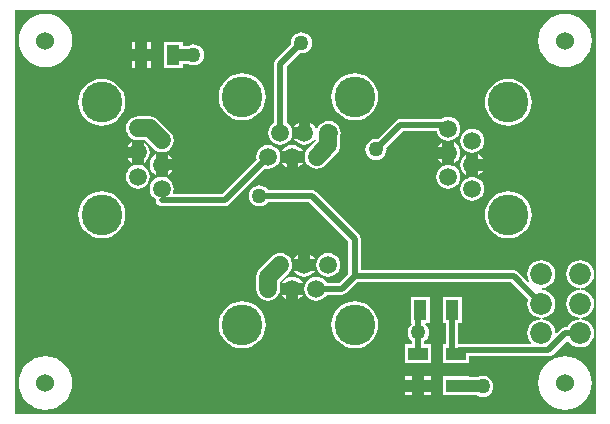
<source format=gtl>
%FSAX44Y44*%
%MOMM*%
G71*
G01*
G75*
G04 Layer_Physical_Order=1*
G04 Layer_Color=255*
%ADD10R,1.1000X1.7000*%
%ADD11R,1.7000X1.1000*%
%ADD12C,0.5080*%
%ADD13C,1.5000*%
%ADD14C,1.0000*%
%ADD15C,1.8500*%
%ADD16C,1.5000*%
%ADD17C,1.5240*%
%ADD18C,3.4500*%
%ADD19C,1.2700*%
G36*
X00596115Y00353885D02*
X00103885D01*
Y00696115D01*
X00596115D01*
Y00353885D01*
D02*
G37*
%LPC*%
G36*
X00354170Y00488856D02*
Y00485060D01*
X00357966D01*
X00357940Y00485123D01*
X00356331Y00487221D01*
X00354233Y00488830D01*
X00354170Y00488856D01*
D02*
G37*
G36*
X00177800Y00542286D02*
X00173920Y00541904D01*
X00170190Y00540772D01*
X00166752Y00538934D01*
X00163739Y00536461D01*
X00161266Y00533448D01*
X00159428Y00530010D01*
X00158296Y00526279D01*
X00157914Y00522400D01*
X00158296Y00518521D01*
X00159428Y00514790D01*
X00161266Y00511352D01*
X00163739Y00508339D01*
X00166752Y00505866D01*
X00170190Y00504028D01*
X00173920Y00502896D01*
X00177800Y00502514D01*
X00181679Y00502896D01*
X00185410Y00504028D01*
X00188848Y00505866D01*
X00191861Y00508339D01*
X00194334Y00511352D01*
X00196172Y00514790D01*
X00197304Y00518521D01*
X00197686Y00522400D01*
X00197304Y00526279D01*
X00196172Y00530010D01*
X00194334Y00533448D01*
X00191861Y00536461D01*
X00188848Y00538934D01*
X00185410Y00540772D01*
X00181679Y00541904D01*
X00177800Y00542286D01*
D02*
G37*
G36*
X00521970D02*
X00518091Y00541904D01*
X00514360Y00540772D01*
X00510922Y00538934D01*
X00507909Y00536461D01*
X00505436Y00533448D01*
X00503598Y00530010D01*
X00502466Y00526279D01*
X00502084Y00522400D01*
X00502466Y00518521D01*
X00503598Y00514790D01*
X00505436Y00511352D01*
X00507909Y00508339D01*
X00510922Y00505866D01*
X00514360Y00504028D01*
X00518091Y00502896D01*
X00521970Y00502514D01*
X00525849Y00502896D01*
X00529580Y00504028D01*
X00533018Y00505866D01*
X00536031Y00508339D01*
X00538504Y00511352D01*
X00540342Y00514790D01*
X00541474Y00518521D01*
X00541856Y00522400D01*
X00541474Y00526279D01*
X00540342Y00530010D01*
X00538504Y00533448D01*
X00536031Y00536461D01*
X00533018Y00538934D01*
X00529580Y00540772D01*
X00525849Y00541904D01*
X00521970Y00542286D01*
D02*
G37*
G36*
X00344170Y00488856D02*
X00344107Y00488830D01*
X00342009Y00487221D01*
X00340400Y00485123D01*
X00340374Y00485060D01*
X00344170D01*
Y00488856D01*
D02*
G37*
G36*
X00311150Y00547447D02*
X00308829Y00547141D01*
X00306667Y00546245D01*
X00304810Y00544820D01*
X00303385Y00542963D01*
X00302489Y00540801D01*
X00302183Y00538480D01*
X00302489Y00536159D01*
X00303385Y00533997D01*
X00304810Y00532140D01*
X00306667Y00530715D01*
X00308829Y00529819D01*
X00311150Y00529513D01*
X00313471Y00529819D01*
X00315633Y00530715D01*
X00317490Y00532140D01*
X00318381Y00533301D01*
X00353455D01*
X00386550Y00500205D01*
Y00472615D01*
X00378875Y00464939D01*
X00368051D01*
X00366531Y00466921D01*
X00364433Y00468530D01*
X00361991Y00469542D01*
X00359370Y00469887D01*
X00356749Y00469542D01*
X00354307Y00468530D01*
X00352209Y00466921D01*
X00350600Y00464823D01*
X00349805Y00462904D01*
X00349804D01*
X00349588Y00462381D01*
X00349243Y00459760D01*
X00349588Y00457139D01*
X00349804Y00456616D01*
X00349805D01*
X00350600Y00454697D01*
X00352209Y00452599D01*
X00354307Y00450990D01*
X00356749Y00449978D01*
X00359370Y00449633D01*
X00361991Y00449978D01*
X00364433Y00450990D01*
X00366531Y00452599D01*
X00368051Y00454580D01*
X00381020D01*
X00383002Y00454975D01*
X00384683Y00456097D01*
X00384683Y00456097D01*
X00384683Y00456097D01*
X00393875Y00465290D01*
X00524345D01*
X00538751Y00450884D01*
X00538433Y00450118D01*
X00538028Y00447040D01*
X00538433Y00443962D01*
X00539622Y00441094D01*
X00541511Y00438631D01*
X00543974Y00436741D01*
X00546842Y00435554D01*
X00549717Y00435175D01*
Y00433905D01*
X00546842Y00433526D01*
X00543974Y00432338D01*
X00541511Y00430449D01*
X00539622Y00427986D01*
X00538433Y00425118D01*
X00538028Y00422040D01*
X00538433Y00418962D01*
X00539622Y00416094D01*
X00541206Y00414029D01*
X00540645Y00412890D01*
X00480570D01*
X00479689Y00413612D01*
Y00430920D01*
X00482550D01*
Y00453000D01*
X00466470D01*
Y00430920D01*
X00469330D01*
Y00412700D01*
X00466480D01*
Y00396620D01*
X00488560D01*
Y00402531D01*
X00555856D01*
X00557838Y00402925D01*
X00559518Y00404048D01*
X00571482Y00416011D01*
X00572749Y00415928D01*
X00574511Y00413631D01*
X00576974Y00411741D01*
X00579842Y00410554D01*
X00582920Y00410148D01*
X00585998Y00410554D01*
X00588866Y00411741D01*
X00591329Y00413631D01*
X00593218Y00416094D01*
X00594407Y00418962D01*
X00594812Y00422040D01*
X00594407Y00425118D01*
X00593218Y00427986D01*
X00591329Y00430449D01*
X00588866Y00432338D01*
X00585998Y00433526D01*
X00583123Y00433905D01*
Y00435175D01*
X00585998Y00435554D01*
X00588866Y00436741D01*
X00591329Y00438631D01*
X00593218Y00441094D01*
X00594407Y00443962D01*
X00594812Y00447040D01*
X00594407Y00450118D01*
X00593218Y00452986D01*
X00591329Y00455449D01*
X00588866Y00457338D01*
X00585998Y00458526D01*
X00583123Y00458905D01*
Y00460175D01*
X00585998Y00460554D01*
X00588866Y00461741D01*
X00591329Y00463631D01*
X00593218Y00466094D01*
X00594407Y00468962D01*
X00594812Y00472040D01*
X00594407Y00475118D01*
X00593218Y00477986D01*
X00591329Y00480449D01*
X00588866Y00482338D01*
X00585998Y00483526D01*
X00582920Y00483932D01*
X00579842Y00483526D01*
X00576974Y00482338D01*
X00574511Y00480449D01*
X00572621Y00477986D01*
X00571433Y00475118D01*
X00571028Y00472040D01*
X00571433Y00468962D01*
X00572621Y00466094D01*
X00574511Y00463631D01*
X00576974Y00461741D01*
X00579842Y00460554D01*
X00582717Y00460175D01*
Y00458905D01*
X00579842Y00458526D01*
X00576974Y00457338D01*
X00574511Y00455449D01*
X00572621Y00452986D01*
X00571433Y00450118D01*
X00571028Y00447040D01*
X00571433Y00443962D01*
X00572621Y00441094D01*
X00574511Y00438631D01*
X00576974Y00436741D01*
X00579842Y00435554D01*
X00582717Y00435175D01*
Y00433905D01*
X00579842Y00433526D01*
X00576974Y00432338D01*
X00574511Y00430449D01*
X00572621Y00427986D01*
X00572304Y00427220D01*
X00570186D01*
X00568204Y00426825D01*
X00566523Y00425703D01*
X00562949Y00422128D01*
X00561746Y00422537D01*
X00561407Y00425118D01*
X00560219Y00427986D01*
X00558329Y00430449D01*
X00555866Y00432338D01*
X00552998Y00433526D01*
X00550123Y00433905D01*
Y00435175D01*
X00552998Y00435554D01*
X00555866Y00436741D01*
X00558329Y00438631D01*
X00560219Y00441094D01*
X00561407Y00443962D01*
X00561812Y00447040D01*
X00561407Y00450118D01*
X00560219Y00452986D01*
X00558329Y00455449D01*
X00555866Y00457338D01*
X00552998Y00458526D01*
X00550123Y00458905D01*
Y00460175D01*
X00552998Y00460554D01*
X00555866Y00461741D01*
X00558329Y00463631D01*
X00560219Y00466094D01*
X00561407Y00468962D01*
X00561812Y00472040D01*
X00561407Y00475118D01*
X00560219Y00477986D01*
X00558329Y00480449D01*
X00555866Y00482338D01*
X00552998Y00483526D01*
X00549920Y00483932D01*
X00546842Y00483526D01*
X00543974Y00482338D01*
X00541511Y00480449D01*
X00539622Y00477986D01*
X00538433Y00475118D01*
X00538028Y00472040D01*
X00538433Y00468962D01*
X00539388Y00466659D01*
X00538331Y00465953D01*
X00530153Y00474132D01*
X00528473Y00475255D01*
X00526491Y00475649D01*
X00396909D01*
Y00502351D01*
X00396515Y00504333D01*
X00396065Y00505006D01*
X00395392Y00506013D01*
X00395392Y00506013D01*
X00359263Y00542142D01*
X00357582Y00543265D01*
X00355600Y00543660D01*
X00318381D01*
X00317490Y00544820D01*
X00315633Y00546245D01*
X00313471Y00547141D01*
X00311150Y00547447D01*
D02*
G37*
G36*
X00357966Y00475060D02*
X00340374D01*
X00340400Y00474997D01*
X00342009Y00472899D01*
X00344107Y00471290D01*
X00346549Y00470278D01*
X00349170Y00469933D01*
X00351791Y00470278D01*
X00354233Y00471290D01*
X00356331Y00472899D01*
X00357940Y00474997D01*
X00357966Y00475060D01*
D02*
G37*
G36*
X00369570Y00490187D02*
X00366949Y00489842D01*
X00364507Y00488830D01*
X00362409Y00487221D01*
X00360800Y00485123D01*
X00360005Y00483204D01*
X00360005D01*
X00359788Y00482681D01*
X00359443Y00480060D01*
X00359788Y00477439D01*
X00360005Y00476916D01*
X00360005D01*
X00360800Y00474997D01*
X00362409Y00472899D01*
X00364507Y00471290D01*
X00366949Y00470278D01*
X00369570Y00469933D01*
X00372191Y00470278D01*
X00374633Y00471290D01*
X00376731Y00472899D01*
X00378340Y00474997D01*
X00379352Y00477439D01*
X00379697Y00480060D01*
X00379352Y00482681D01*
X00378340Y00485123D01*
X00376731Y00487221D01*
X00374633Y00488830D01*
X00372191Y00489842D01*
X00369570Y00490187D01*
D02*
G37*
G36*
X00500266Y00559800D02*
X00496470D01*
Y00556004D01*
X00496533Y00556030D01*
X00498631Y00557639D01*
X00500240Y00559737D01*
X00500266Y00559800D01*
D02*
G37*
G36*
X00223600Y00573796D02*
X00223537Y00573770D01*
X00221439Y00572161D01*
X00219830Y00570063D01*
X00218818Y00567621D01*
X00218473Y00565000D01*
X00218818Y00562379D01*
X00219830Y00559937D01*
X00221439Y00557839D01*
X00223537Y00556230D01*
X00223600Y00556204D01*
Y00565000D01*
Y00573796D01*
D02*
G37*
G36*
X00237396Y00560000D02*
X00233600D01*
Y00556204D01*
X00233663Y00556230D01*
X00235761Y00557839D01*
X00237370Y00559937D01*
X00237396Y00560000D01*
D02*
G37*
G36*
X00486470Y00573596D02*
X00486407Y00573570D01*
X00484309Y00571961D01*
X00482700Y00569863D01*
X00481688Y00567421D01*
X00481343Y00564800D01*
X00481688Y00562179D01*
X00482700Y00559737D01*
X00484309Y00557639D01*
X00486407Y00556030D01*
X00486470Y00556004D01*
Y00564800D01*
Y00573596D01*
D02*
G37*
G36*
X00491470Y00554527D02*
X00488849Y00554182D01*
X00488326Y00553965D01*
Y00553965D01*
X00486407Y00553170D01*
X00484309Y00551561D01*
X00482700Y00549463D01*
X00481688Y00547021D01*
X00481343Y00544400D01*
X00481688Y00541779D01*
X00482700Y00539337D01*
X00484309Y00537239D01*
X00486407Y00535630D01*
X00488849Y00534618D01*
X00491470Y00534273D01*
X00494091Y00534618D01*
X00496533Y00535630D01*
X00498631Y00537239D01*
X00500240Y00539337D01*
X00501252Y00541779D01*
X00501597Y00544400D01*
X00501252Y00547021D01*
X00500240Y00549463D01*
X00498631Y00551561D01*
X00496533Y00553170D01*
X00494614Y00553965D01*
Y00553965D01*
X00494091Y00554182D01*
X00491470Y00554527D01*
D02*
G37*
G36*
X00471170Y00564727D02*
X00468549Y00564382D01*
X00468026Y00564165D01*
Y00564165D01*
X00466107Y00563370D01*
X00464009Y00561761D01*
X00462400Y00559663D01*
X00461388Y00557221D01*
X00461043Y00554600D01*
X00461388Y00551979D01*
X00462400Y00549537D01*
X00464009Y00547439D01*
X00466107Y00545830D01*
X00468549Y00544818D01*
X00471170Y00544473D01*
X00473791Y00544818D01*
X00476233Y00545830D01*
X00478331Y00547439D01*
X00479940Y00549537D01*
X00480952Y00551979D01*
X00481297Y00554600D01*
X00480952Y00557221D01*
X00479940Y00559663D01*
X00478331Y00561761D01*
X00476233Y00563370D01*
X00474314Y00564165D01*
Y00564165D01*
X00473791Y00564382D01*
X00471170Y00564727D01*
D02*
G37*
G36*
X00208300Y00564927D02*
X00205679Y00564582D01*
X00205156Y00564366D01*
Y00564365D01*
X00203237Y00563570D01*
X00201139Y00561961D01*
X00199530Y00559863D01*
X00198518Y00557421D01*
X00198173Y00554800D01*
X00198518Y00552179D01*
X00199530Y00549737D01*
X00201139Y00547639D01*
X00203237Y00546030D01*
X00205679Y00545018D01*
X00208300Y00544673D01*
X00210921Y00545018D01*
X00213363Y00546030D01*
X00215461Y00547639D01*
X00217070Y00549737D01*
X00218082Y00552179D01*
X00218427Y00554800D01*
X00218082Y00557421D01*
X00217070Y00559863D01*
X00215461Y00561961D01*
X00213363Y00563570D01*
X00211444Y00564365D01*
Y00564366D01*
X00210921Y00564582D01*
X00208300Y00564927D01*
D02*
G37*
G36*
X00440770Y00385700D02*
X00434730D01*
Y00382660D01*
X00440770D01*
Y00385700D01*
D02*
G37*
G36*
X00456810D02*
X00450770D01*
Y00382660D01*
X00456810D01*
Y00385700D01*
D02*
G37*
G36*
X00500380Y00386157D02*
X00498059Y00385851D01*
X00495897Y00384955D01*
X00495688Y00384795D01*
X00488560D01*
Y00385700D01*
X00466480D01*
Y00369620D01*
X00478054D01*
X00478320Y00369585D01*
X00495688D01*
X00495897Y00369425D01*
X00498059Y00368529D01*
X00500380Y00368223D01*
X00502701Y00368529D01*
X00504863Y00369425D01*
X00506720Y00370850D01*
X00508145Y00372707D01*
X00509041Y00374869D01*
X00509347Y00377190D01*
X00509041Y00379511D01*
X00508145Y00381673D01*
X00506720Y00383530D01*
X00504863Y00384955D01*
X00502701Y00385851D01*
X00500380Y00386157D01*
D02*
G37*
G36*
X00456810Y00372660D02*
X00450770D01*
Y00369620D01*
X00456810D01*
Y00372660D01*
D02*
G37*
G36*
X00130000Y00402649D02*
X00125581Y00402214D01*
X00121333Y00400925D01*
X00117417Y00398832D01*
X00113985Y00396015D01*
X00111168Y00392583D01*
X00109075Y00388667D01*
X00107786Y00384419D01*
X00107351Y00380000D01*
X00107786Y00375581D01*
X00109075Y00371333D01*
X00111168Y00367417D01*
X00113985Y00363985D01*
X00117417Y00361168D01*
X00121333Y00359075D01*
X00125581Y00357786D01*
X00130000Y00357351D01*
X00134419Y00357786D01*
X00138667Y00359075D01*
X00142583Y00361168D01*
X00146015Y00363985D01*
X00148832Y00367417D01*
X00150925Y00371333D01*
X00152214Y00375581D01*
X00152649Y00380000D01*
X00152214Y00384419D01*
X00150925Y00388667D01*
X00148832Y00392583D01*
X00146015Y00396015D01*
X00142583Y00398832D01*
X00138667Y00400925D01*
X00134419Y00402214D01*
X00130000Y00402649D01*
D02*
G37*
G36*
X00570000D02*
X00565581Y00402214D01*
X00561333Y00400925D01*
X00557417Y00398832D01*
X00553985Y00396015D01*
X00551168Y00392583D01*
X00549075Y00388667D01*
X00547786Y00384419D01*
X00547351Y00380000D01*
X00547786Y00375581D01*
X00549075Y00371333D01*
X00551168Y00367417D01*
X00553985Y00363985D01*
X00557417Y00361168D01*
X00561333Y00359075D01*
X00565581Y00357786D01*
X00570000Y00357351D01*
X00574419Y00357786D01*
X00578667Y00359075D01*
X00582583Y00361168D01*
X00586015Y00363985D01*
X00588832Y00367417D01*
X00590925Y00371333D01*
X00592214Y00375581D01*
X00592649Y00380000D01*
X00592214Y00384419D01*
X00590925Y00388667D01*
X00588832Y00392583D01*
X00586015Y00396015D01*
X00582583Y00398832D01*
X00578667Y00400925D01*
X00574419Y00402214D01*
X00570000Y00402649D01*
D02*
G37*
G36*
X00440770Y00372660D02*
X00434730D01*
Y00369620D01*
X00440770D01*
Y00372660D01*
D02*
G37*
G36*
X00333970Y00454760D02*
X00330174D01*
X00330200Y00454697D01*
X00331809Y00452599D01*
X00333907Y00450990D01*
X00333970Y00450964D01*
Y00454760D01*
D02*
G37*
G36*
X00347766D02*
X00343970D01*
Y00450964D01*
X00344033Y00450990D01*
X00346131Y00452599D01*
X00347740Y00454697D01*
X00347766Y00454760D01*
D02*
G37*
G36*
X00338970Y00469887D02*
X00336349Y00469542D01*
X00333907Y00468530D01*
X00331809Y00466921D01*
X00330200Y00464823D01*
X00330174Y00464760D01*
X00347766D01*
X00347740Y00464823D01*
X00346131Y00466921D01*
X00344033Y00468530D01*
X00341591Y00469542D01*
X00338970Y00469887D01*
D02*
G37*
G36*
X00328770Y00490187D02*
X00326454Y00489882D01*
X00326149Y00489842D01*
X00325137Y00489422D01*
X00323707Y00488830D01*
X00323219Y00488456D01*
X00321609Y00487221D01*
X00321609Y00487220D01*
X00311409Y00477021D01*
X00309800Y00474923D01*
X00308788Y00472481D01*
X00308748Y00472176D01*
X00308443Y00469860D01*
X00308443Y00469860D01*
Y00459760D01*
X00308788Y00457139D01*
X00309800Y00454697D01*
X00311409Y00452599D01*
X00313507Y00450990D01*
X00315949Y00449978D01*
X00318570Y00449633D01*
X00321191Y00449978D01*
X00323633Y00450990D01*
X00325731Y00452599D01*
X00327340Y00454697D01*
X00328135Y00456616D01*
X00328135D01*
X00328352Y00457139D01*
X00328697Y00459760D01*
Y00464448D01*
X00328697Y00464449D01*
Y00465665D01*
X00335930Y00472899D01*
X00335931Y00472899D01*
X00337165Y00474509D01*
X00337540Y00474997D01*
X00338133Y00476427D01*
X00338335Y00476916D01*
X00338335D01*
X00338552Y00477439D01*
X00338897Y00480060D01*
X00338552Y00482681D01*
X00338335Y00483204D01*
X00338335D01*
X00337540Y00485123D01*
X00335931Y00487221D01*
X00333833Y00488830D01*
X00331391Y00489842D01*
X00328770Y00490187D01*
D02*
G37*
G36*
X00455550Y00453000D02*
X00439470D01*
Y00430920D01*
X00439630D01*
X00440038Y00429717D01*
X00439430Y00429250D01*
X00438005Y00427393D01*
X00437109Y00425231D01*
X00436803Y00422910D01*
X00437109Y00420589D01*
X00438005Y00418427D01*
X00439430Y00416570D01*
X00440591Y00415679D01*
Y00412700D01*
X00434730D01*
Y00396620D01*
X00456810D01*
Y00412700D01*
X00450950D01*
Y00415679D01*
X00452110Y00416570D01*
X00453535Y00418427D01*
X00454431Y00420589D01*
X00454737Y00422910D01*
X00454431Y00425231D01*
X00453535Y00427393D01*
X00452110Y00429250D01*
X00451502Y00429717D01*
X00451910Y00430920D01*
X00455550D01*
Y00453000D01*
D02*
G37*
G36*
X00296570Y00449146D02*
X00292691Y00448764D01*
X00288960Y00447632D01*
X00285522Y00445794D01*
X00282509Y00443321D01*
X00280036Y00440308D01*
X00278198Y00436870D01*
X00277066Y00433139D01*
X00276684Y00429260D01*
X00277066Y00425381D01*
X00278198Y00421650D01*
X00280036Y00418212D01*
X00282509Y00415199D01*
X00285522Y00412726D01*
X00288960Y00410888D01*
X00292691Y00409756D01*
X00296570Y00409374D01*
X00300450Y00409756D01*
X00304180Y00410888D01*
X00307618Y00412726D01*
X00310631Y00415199D01*
X00313104Y00418212D01*
X00314942Y00421650D01*
X00316074Y00425381D01*
X00316456Y00429260D01*
X00316074Y00433139D01*
X00314942Y00436870D01*
X00313104Y00440308D01*
X00310631Y00443321D01*
X00307618Y00445794D01*
X00304180Y00447632D01*
X00300450Y00448764D01*
X00296570Y00449146D01*
D02*
G37*
G36*
X00391770D02*
X00387891Y00448764D01*
X00384160Y00447632D01*
X00380722Y00445794D01*
X00377709Y00443321D01*
X00375236Y00440308D01*
X00373398Y00436870D01*
X00372266Y00433139D01*
X00371884Y00429260D01*
X00372266Y00425381D01*
X00373398Y00421650D01*
X00375236Y00418212D01*
X00377709Y00415199D01*
X00380722Y00412726D01*
X00384160Y00410888D01*
X00387891Y00409756D01*
X00391770Y00409374D01*
X00395649Y00409756D01*
X00399380Y00410888D01*
X00402818Y00412726D01*
X00405831Y00415199D01*
X00408304Y00418212D01*
X00410142Y00421650D01*
X00411274Y00425381D01*
X00411656Y00429260D01*
X00411274Y00433139D01*
X00410142Y00436870D01*
X00408304Y00440308D01*
X00405831Y00443321D01*
X00402818Y00445794D01*
X00399380Y00447632D01*
X00395649Y00448764D01*
X00391770Y00449146D01*
D02*
G37*
G36*
X00296570Y00642186D02*
X00292691Y00641804D01*
X00288960Y00640672D01*
X00285522Y00638834D01*
X00282509Y00636361D01*
X00280036Y00633348D01*
X00278198Y00629910D01*
X00277066Y00626180D01*
X00276684Y00622300D01*
X00277066Y00618420D01*
X00278198Y00614690D01*
X00280036Y00611252D01*
X00282509Y00608239D01*
X00285522Y00605766D01*
X00288960Y00603928D01*
X00292691Y00602796D01*
X00296570Y00602414D01*
X00300450Y00602796D01*
X00304180Y00603928D01*
X00307618Y00605766D01*
X00310631Y00608239D01*
X00313104Y00611252D01*
X00314942Y00614690D01*
X00316074Y00618420D01*
X00316456Y00622300D01*
X00316074Y00626180D01*
X00314942Y00629910D01*
X00313104Y00633348D01*
X00310631Y00636361D01*
X00307618Y00638834D01*
X00304180Y00640672D01*
X00300450Y00641804D01*
X00296570Y00642186D01*
D02*
G37*
G36*
X00391770D02*
X00387891Y00641804D01*
X00384160Y00640672D01*
X00380722Y00638834D01*
X00377709Y00636361D01*
X00375236Y00633348D01*
X00373398Y00629910D01*
X00372266Y00626180D01*
X00371884Y00622300D01*
X00372266Y00618420D01*
X00373398Y00614690D01*
X00375236Y00611252D01*
X00377709Y00608239D01*
X00380722Y00605766D01*
X00384160Y00603928D01*
X00387891Y00602796D01*
X00391770Y00602414D01*
X00395649Y00602796D01*
X00399380Y00603928D01*
X00402818Y00605766D01*
X00405831Y00608239D01*
X00408304Y00611252D01*
X00410142Y00614690D01*
X00411274Y00618420D01*
X00411656Y00622300D01*
X00411274Y00626180D01*
X00410142Y00629910D01*
X00408304Y00633348D01*
X00405831Y00636361D01*
X00402818Y00638834D01*
X00399380Y00640672D01*
X00395649Y00641804D01*
X00391770Y00642186D01*
D02*
G37*
G36*
X00206290Y00652860D02*
X00203250D01*
Y00646820D01*
X00206290D01*
Y00652860D01*
D02*
G37*
G36*
X00369770Y00601927D02*
X00369730Y00601921D01*
X00369690Y00601927D01*
X00367069Y00601582D01*
X00364627Y00600570D01*
X00362529Y00598961D01*
X00360920Y00596863D01*
X00360165Y00595040D01*
X00358895D01*
X00358140Y00596863D01*
X00356531Y00598961D01*
X00354433Y00600570D01*
X00354370Y00600596D01*
Y00591800D01*
X00349370D01*
Y00586800D01*
X00340574D01*
X00340600Y00586737D01*
X00342209Y00584639D01*
X00344307Y00583030D01*
X00346749Y00582018D01*
X00349370Y00581673D01*
X00351991Y00582018D01*
X00354433Y00583030D01*
X00356531Y00584639D01*
X00358140Y00586737D01*
X00358318Y00587166D01*
X00359163Y00586998D01*
X00359531Y00585783D01*
X00352409Y00578661D01*
X00350800Y00576563D01*
X00350005Y00574644D01*
X00350005D01*
X00349788Y00574121D01*
X00349443Y00571500D01*
X00349788Y00568879D01*
X00350005Y00568356D01*
X00350005D01*
X00350800Y00566437D01*
X00352409Y00564339D01*
X00354507Y00562730D01*
X00356949Y00561718D01*
X00357254Y00561678D01*
X00359570Y00561373D01*
X00361886Y00561678D01*
X00362191Y00561718D01*
X00364633Y00562730D01*
X00366731Y00564339D01*
X00366731Y00564339D01*
X00366731Y00564339D01*
X00376851Y00574459D01*
X00378460Y00576557D01*
X00379472Y00578999D01*
X00379512Y00579304D01*
X00379817Y00581620D01*
X00379817Y00581620D01*
Y00591192D01*
X00379897Y00591800D01*
X00379552Y00594421D01*
X00378540Y00596863D01*
X00376931Y00598961D01*
X00374833Y00600570D01*
X00372391Y00601582D01*
X00369770Y00601927D01*
D02*
G37*
G36*
X00344370Y00600596D02*
X00344307Y00600570D01*
X00342209Y00598961D01*
X00340600Y00596863D01*
X00340574Y00596800D01*
X00344370D01*
Y00600596D01*
D02*
G37*
G36*
X00177800Y00637486D02*
X00173920Y00637104D01*
X00170190Y00635972D01*
X00166752Y00634134D01*
X00163739Y00631661D01*
X00161266Y00628648D01*
X00159428Y00625210D01*
X00158296Y00621479D01*
X00157914Y00617600D01*
X00158296Y00613721D01*
X00159428Y00609990D01*
X00161266Y00606552D01*
X00163739Y00603539D01*
X00166752Y00601066D01*
X00170190Y00599228D01*
X00173920Y00598096D01*
X00177800Y00597714D01*
X00181679Y00598096D01*
X00185410Y00599228D01*
X00188848Y00601066D01*
X00191861Y00603539D01*
X00194334Y00606552D01*
X00196172Y00609990D01*
X00197304Y00613721D01*
X00197686Y00617600D01*
X00197304Y00621479D01*
X00196172Y00625210D01*
X00194334Y00628648D01*
X00191861Y00631661D01*
X00188848Y00634134D01*
X00185410Y00635972D01*
X00181679Y00637104D01*
X00177800Y00637486D01*
D02*
G37*
G36*
X00521970D02*
X00518091Y00637104D01*
X00514360Y00635972D01*
X00510922Y00634134D01*
X00507909Y00631661D01*
X00505436Y00628648D01*
X00503598Y00625210D01*
X00502466Y00621479D01*
X00502084Y00617600D01*
X00502466Y00613721D01*
X00503598Y00609990D01*
X00505436Y00606552D01*
X00507909Y00603539D01*
X00510922Y00601066D01*
X00514360Y00599228D01*
X00518091Y00598096D01*
X00521970Y00597714D01*
X00525849Y00598096D01*
X00529580Y00599228D01*
X00533018Y00601066D01*
X00536031Y00603539D01*
X00538504Y00606552D01*
X00540342Y00609990D01*
X00541474Y00613721D01*
X00541856Y00617600D01*
X00541474Y00621479D01*
X00540342Y00625210D01*
X00538504Y00628648D01*
X00536031Y00631661D01*
X00533018Y00634134D01*
X00529580Y00635972D01*
X00525849Y00637104D01*
X00521970Y00637486D01*
D02*
G37*
G36*
X00346710Y00676987D02*
X00344389Y00676681D01*
X00342227Y00675785D01*
X00340370Y00674360D01*
X00338945Y00672503D01*
X00338049Y00670341D01*
X00337743Y00668020D01*
X00337934Y00666569D01*
X00325308Y00653942D01*
X00324185Y00652262D01*
X00323791Y00650280D01*
Y00600481D01*
X00321809Y00598961D01*
X00320200Y00596863D01*
X00319188Y00594421D01*
X00318843Y00591800D01*
X00319188Y00589179D01*
X00320200Y00586737D01*
X00321809Y00584639D01*
X00323907Y00583030D01*
X00326349Y00582018D01*
X00328970Y00581673D01*
X00331591Y00582018D01*
X00334033Y00583030D01*
X00336131Y00584639D01*
X00337740Y00586737D01*
X00338535Y00588656D01*
X00338535D01*
X00338752Y00589179D01*
X00339097Y00591800D01*
X00338752Y00594421D01*
X00338535Y00594944D01*
X00338535D01*
X00337740Y00596863D01*
X00336131Y00598961D01*
X00334150Y00600481D01*
Y00648135D01*
X00345259Y00659244D01*
X00346710Y00659053D01*
X00349031Y00659359D01*
X00351193Y00660255D01*
X00353050Y00661680D01*
X00354475Y00663537D01*
X00355371Y00665699D01*
X00355677Y00668020D01*
X00355371Y00670341D01*
X00354475Y00672503D01*
X00353050Y00674360D01*
X00351193Y00675785D01*
X00349031Y00676681D01*
X00346710Y00676987D01*
D02*
G37*
G36*
X00206290Y00668900D02*
X00203250D01*
Y00662860D01*
X00206290D01*
Y00668900D01*
D02*
G37*
G36*
X00219330D02*
X00216290D01*
Y00662860D01*
X00219330D01*
Y00668900D01*
D02*
G37*
G36*
X00246330D02*
X00230250D01*
Y00646820D01*
X00246330D01*
Y00650255D01*
X00250578D01*
X00250787Y00650095D01*
X00252949Y00649199D01*
X00255270Y00648893D01*
X00257591Y00649199D01*
X00259753Y00650095D01*
X00261610Y00651520D01*
X00263035Y00653377D01*
X00263931Y00655539D01*
X00264237Y00657860D01*
X00263931Y00660181D01*
X00263035Y00662343D01*
X00261610Y00664200D01*
X00259753Y00665625D01*
X00257591Y00666521D01*
X00255270Y00666827D01*
X00252949Y00666521D01*
X00250787Y00665625D01*
X00250578Y00665465D01*
X00246330D01*
Y00668900D01*
D02*
G37*
G36*
X00219330Y00652860D02*
X00216290D01*
Y00646820D01*
X00219330D01*
Y00652860D01*
D02*
G37*
G36*
X00130000Y00692649D02*
X00125581Y00692214D01*
X00121333Y00690925D01*
X00117417Y00688832D01*
X00113985Y00686015D01*
X00111168Y00682583D01*
X00109075Y00678667D01*
X00107786Y00674419D01*
X00107351Y00670000D01*
X00107786Y00665581D01*
X00109075Y00661333D01*
X00111168Y00657417D01*
X00113985Y00653985D01*
X00117417Y00651168D01*
X00121333Y00649075D01*
X00125581Y00647786D01*
X00130000Y00647351D01*
X00134419Y00647786D01*
X00138667Y00649075D01*
X00142583Y00651168D01*
X00146015Y00653985D01*
X00148832Y00657417D01*
X00150925Y00661333D01*
X00152214Y00665581D01*
X00152649Y00670000D01*
X00152214Y00674419D01*
X00150925Y00678667D01*
X00148832Y00682583D01*
X00146015Y00686015D01*
X00142583Y00688832D01*
X00138667Y00690925D01*
X00134419Y00692214D01*
X00130000Y00692649D01*
D02*
G37*
G36*
X00570000D02*
X00565581Y00692214D01*
X00561333Y00690925D01*
X00557417Y00688832D01*
X00553985Y00686015D01*
X00551168Y00682583D01*
X00549075Y00678667D01*
X00547786Y00674419D01*
X00547351Y00670000D01*
X00547786Y00665581D01*
X00549075Y00661333D01*
X00551168Y00657417D01*
X00553985Y00653985D01*
X00557417Y00651168D01*
X00561333Y00649075D01*
X00565581Y00647786D01*
X00570000Y00647351D01*
X00574419Y00647786D01*
X00578667Y00649075D01*
X00582583Y00651168D01*
X00586015Y00653985D01*
X00588832Y00657417D01*
X00590925Y00661333D01*
X00592214Y00665581D01*
X00592649Y00670000D01*
X00592214Y00674419D01*
X00590925Y00678667D01*
X00588832Y00682583D01*
X00586015Y00686015D01*
X00582583Y00688832D01*
X00578667Y00690925D01*
X00574419Y00692214D01*
X00570000Y00692649D01*
D02*
G37*
G36*
X00471170Y00605527D02*
X00468549Y00605182D01*
X00466107Y00604170D01*
X00465350Y00603590D01*
X00430530D01*
X00428548Y00603195D01*
X00426867Y00602072D01*
X00411421Y00586626D01*
X00409970Y00586817D01*
X00407649Y00586511D01*
X00405487Y00585615D01*
X00403630Y00584190D01*
X00402205Y00582333D01*
X00401309Y00580171D01*
X00401003Y00577850D01*
X00401309Y00575529D01*
X00402205Y00573367D01*
X00403630Y00571510D01*
X00405487Y00570085D01*
X00407649Y00569189D01*
X00409970Y00568883D01*
X00412291Y00569189D01*
X00414453Y00570085D01*
X00416310Y00571510D01*
X00417735Y00573367D01*
X00418631Y00575529D01*
X00418937Y00577850D01*
X00418746Y00579301D01*
X00432675Y00593231D01*
X00461329D01*
X00461388Y00592779D01*
X00462400Y00590337D01*
X00464009Y00588239D01*
X00466107Y00586630D01*
X00468026Y00585835D01*
Y00585835D01*
X00468549Y00585618D01*
X00471170Y00585273D01*
X00473791Y00585618D01*
X00474314Y00585835D01*
Y00585835D01*
X00476233Y00586630D01*
X00478331Y00588239D01*
X00479940Y00590337D01*
X00480952Y00592779D01*
X00481297Y00595400D01*
X00480952Y00598021D01*
X00479940Y00600463D01*
X00478331Y00602561D01*
X00476233Y00604170D01*
X00473791Y00605182D01*
X00471170Y00605527D01*
D02*
G37*
G36*
X00476170Y00583796D02*
Y00575000D01*
Y00566204D01*
X00476233Y00566230D01*
X00478331Y00567839D01*
X00479940Y00569937D01*
X00480952Y00572379D01*
X00481297Y00575000D01*
X00480952Y00577621D01*
X00479940Y00580063D01*
X00478331Y00582161D01*
X00476233Y00583770D01*
X00476170Y00583796D01*
D02*
G37*
G36*
X00203300Y00570200D02*
X00199504D01*
X00199530Y00570137D01*
X00201139Y00568039D01*
X00203237Y00566430D01*
X00203300Y00566404D01*
Y00570200D01*
D02*
G37*
G36*
X00213300Y00583996D02*
Y00575200D01*
Y00566404D01*
X00213363Y00566430D01*
X00215461Y00568039D01*
X00217070Y00570137D01*
X00218082Y00572579D01*
X00218427Y00575200D01*
X00218082Y00577821D01*
X00217070Y00580263D01*
X00215461Y00582361D01*
X00213363Y00583970D01*
X00213300Y00583996D01*
D02*
G37*
G36*
X00466170Y00570000D02*
X00462374D01*
X00462400Y00569937D01*
X00464009Y00567839D01*
X00466107Y00566230D01*
X00466170Y00566204D01*
Y00570000D01*
D02*
G37*
G36*
X00318770Y00581627D02*
X00316149Y00581282D01*
X00313707Y00580270D01*
X00311609Y00578661D01*
X00310000Y00576563D01*
X00308988Y00574121D01*
X00308643Y00571500D01*
X00308969Y00569024D01*
X00279795Y00539850D01*
X00238643D01*
X00237937Y00540905D01*
X00238382Y00541979D01*
X00238727Y00544600D01*
X00238382Y00547221D01*
X00237370Y00549663D01*
X00235761Y00551761D01*
X00233663Y00553370D01*
X00231744Y00554165D01*
Y00554165D01*
X00231221Y00554382D01*
X00228600Y00554727D01*
X00225979Y00554382D01*
X00225456Y00554165D01*
Y00554165D01*
X00223537Y00553370D01*
X00221439Y00551761D01*
X00219830Y00549663D01*
X00218818Y00547221D01*
X00218473Y00544600D01*
X00218818Y00541979D01*
X00219830Y00539537D01*
X00221439Y00537439D01*
X00223537Y00535830D01*
X00223643Y00535786D01*
X00223421Y00534670D01*
X00223815Y00532688D01*
X00224937Y00531007D01*
X00226618Y00529885D01*
X00228600Y00529491D01*
X00281940D01*
X00283922Y00529885D01*
X00285602Y00531007D01*
X00316294Y00561699D01*
X00318770Y00561373D01*
X00321391Y00561718D01*
X00323833Y00562730D01*
X00325931Y00564339D01*
X00327540Y00566437D01*
X00328335Y00568356D01*
X00328335D01*
X00328552Y00568879D01*
X00328897Y00571500D01*
X00328552Y00574121D01*
X00328335Y00574644D01*
X00328335D01*
X00327540Y00576563D01*
X00325931Y00578661D01*
X00323833Y00580270D01*
X00321391Y00581282D01*
X00318770Y00581627D01*
D02*
G37*
G36*
X00334170Y00566500D02*
X00330374D01*
X00330400Y00566437D01*
X00332009Y00564339D01*
X00334107Y00562730D01*
X00334170Y00562704D01*
Y00566500D01*
D02*
G37*
G36*
X00347966D02*
X00344170D01*
Y00562704D01*
X00344233Y00562730D01*
X00346331Y00564339D01*
X00347940Y00566437D01*
X00347966Y00566500D01*
D02*
G37*
G36*
X00339170Y00581627D02*
X00336549Y00581282D01*
X00334107Y00580270D01*
X00332009Y00578661D01*
X00330400Y00576563D01*
X00330374Y00576500D01*
X00347966D01*
X00347940Y00576563D01*
X00346331Y00578661D01*
X00344233Y00580270D01*
X00341791Y00581282D01*
X00339170Y00581627D01*
D02*
G37*
G36*
X00466170Y00583796D02*
X00466107Y00583770D01*
X00464009Y00582161D01*
X00462400Y00580063D01*
X00462374Y00580000D01*
X00466170D01*
Y00583796D01*
D02*
G37*
G36*
X00203300Y00583996D02*
X00203237Y00583970D01*
X00201139Y00582361D01*
X00199530Y00580263D01*
X00199504Y00580200D01*
X00203300D01*
Y00583996D01*
D02*
G37*
G36*
X00218400Y00605727D02*
X00218400Y00605727D01*
X00208300D01*
X00205679Y00605382D01*
X00203237Y00604370D01*
X00201139Y00602761D01*
X00199530Y00600663D01*
X00198518Y00598221D01*
X00198173Y00595600D01*
X00198518Y00592979D01*
X00199530Y00590537D01*
X00201139Y00588439D01*
X00203237Y00586830D01*
X00205156Y00586035D01*
Y00586035D01*
X00205679Y00585818D01*
X00208300Y00585473D01*
X00212988D01*
X00212988Y00585473D01*
X00214205D01*
X00221439Y00578240D01*
X00221439Y00578239D01*
X00223049Y00577005D01*
X00223537Y00576630D01*
X00224967Y00576037D01*
X00225456Y00575835D01*
Y00575835D01*
X00225979Y00575618D01*
X00228600Y00575273D01*
X00231221Y00575618D01*
X00231744Y00575835D01*
Y00575835D01*
X00233663Y00576630D01*
X00235761Y00578239D01*
X00237370Y00580337D01*
X00238382Y00582779D01*
X00238727Y00585400D01*
X00238422Y00587716D01*
X00238382Y00588021D01*
X00237962Y00589033D01*
X00237370Y00590463D01*
X00236996Y00590951D01*
X00235761Y00592561D01*
X00235760Y00592561D01*
X00225561Y00602761D01*
X00223463Y00604370D01*
X00221021Y00605382D01*
X00220716Y00605422D01*
X00218400Y00605727D01*
D02*
G37*
G36*
X00496470Y00573596D02*
Y00569800D01*
X00500266D01*
X00500240Y00569863D01*
X00498631Y00571961D01*
X00496533Y00573570D01*
X00496470Y00573596D01*
D02*
G37*
G36*
X00233600Y00573796D02*
Y00570000D01*
X00237396D01*
X00237370Y00570063D01*
X00235761Y00572161D01*
X00233663Y00573770D01*
X00233600Y00573796D01*
D02*
G37*
G36*
X00491470Y00595327D02*
X00488849Y00594982D01*
X00486407Y00593970D01*
X00484309Y00592361D01*
X00482700Y00590263D01*
X00481688Y00587821D01*
X00481343Y00585200D01*
X00481688Y00582579D01*
X00482700Y00580137D01*
X00484309Y00578039D01*
X00486407Y00576430D01*
X00488326Y00575635D01*
Y00575634D01*
X00488849Y00575418D01*
X00491470Y00575073D01*
X00494091Y00575418D01*
X00494614Y00575634D01*
Y00575635D01*
X00496533Y00576430D01*
X00498631Y00578039D01*
X00500240Y00580137D01*
X00501252Y00582579D01*
X00501597Y00585200D01*
X00501252Y00587821D01*
X00500240Y00590263D01*
X00498631Y00592361D01*
X00496533Y00593970D01*
X00494091Y00594982D01*
X00491470Y00595327D01*
D02*
G37*
%LPD*%
D10*
X00447510Y00441960D02*
D03*
X00474510D02*
D03*
X00211290Y00657860D02*
D03*
X00238290D02*
D03*
D11*
X00477520Y00404660D02*
D03*
Y00377660D02*
D03*
X00445770D02*
D03*
Y00404660D02*
D03*
D12*
Y00422910D02*
Y00443230D01*
Y00404660D02*
Y00422910D01*
X00526491Y00470470D02*
X00549920Y00447040D01*
X00391730Y00470470D02*
X00526491D01*
X00311150Y00538480D02*
X00355600D01*
X00391730Y00502351D01*
Y00470470D02*
Y00502351D01*
X00381020Y00459760D02*
X00391730Y00470470D01*
X00359370Y00459760D02*
X00381020D01*
X00409970Y00577850D02*
X00430530Y00598410D01*
X00465850D01*
X00471170Y00593090D01*
X00474510Y00407670D02*
X00477520Y00404660D01*
X00474510Y00407670D02*
Y00441960D01*
X00228600Y00534670D02*
X00281940D01*
X00318770Y00571500D01*
X00328970Y00591800D02*
Y00650280D01*
X00346710Y00668020D01*
X00570186Y00422040D02*
X00582920D01*
X00555856Y00407710D02*
X00570186Y00422040D01*
X00480570Y00407710D02*
X00555856D01*
X00477520Y00404660D02*
X00480570Y00407710D01*
D13*
X00318570Y00459760D02*
Y00469860D01*
X00328770Y00480060D01*
X00359570Y00571500D02*
X00369690Y00581620D01*
Y00591800D01*
X00208300Y00595600D02*
X00218400D01*
X00228600Y00585400D01*
D14*
X00478320Y00377190D02*
X00500380D01*
X00238290Y00657860D02*
X00255270D01*
D15*
X00582920Y00422040D02*
D03*
Y00447040D02*
D03*
Y00472040D02*
D03*
X00549920Y00422040D02*
D03*
Y00447040D02*
D03*
Y00472040D02*
D03*
D16*
X00491470Y00585200D02*
D03*
Y00564800D02*
D03*
Y00544400D02*
D03*
X00471170Y00595400D02*
D03*
Y00575000D02*
D03*
Y00554600D02*
D03*
X00328970Y00591800D02*
D03*
X00349370D02*
D03*
X00369770D02*
D03*
X00318770Y00571500D02*
D03*
X00339170D02*
D03*
X00359570D02*
D03*
X00208300Y00554800D02*
D03*
Y00575200D02*
D03*
Y00595600D02*
D03*
X00228600Y00544600D02*
D03*
Y00565000D02*
D03*
Y00585400D02*
D03*
X00328770Y00480060D02*
D03*
X00349170D02*
D03*
X00369570D02*
D03*
X00318570Y00459760D02*
D03*
X00338970D02*
D03*
X00359370D02*
D03*
D17*
X00570000Y00380000D02*
D03*
X00130000D02*
D03*
Y00670000D02*
D03*
X00570000D02*
D03*
D18*
X00521970Y00617600D02*
D03*
Y00522400D02*
D03*
X00296570Y00622300D02*
D03*
X00391770D02*
D03*
X00177800Y00522400D02*
D03*
Y00617600D02*
D03*
X00296570Y00429260D02*
D03*
X00391770D02*
D03*
D19*
X00445770Y00422910D02*
D03*
X00311150Y00538480D02*
D03*
X00500380Y00377190D02*
D03*
X00255270Y00657860D02*
D03*
X00346710Y00668020D02*
D03*
X00409970Y00577850D02*
D03*
M02*

</source>
